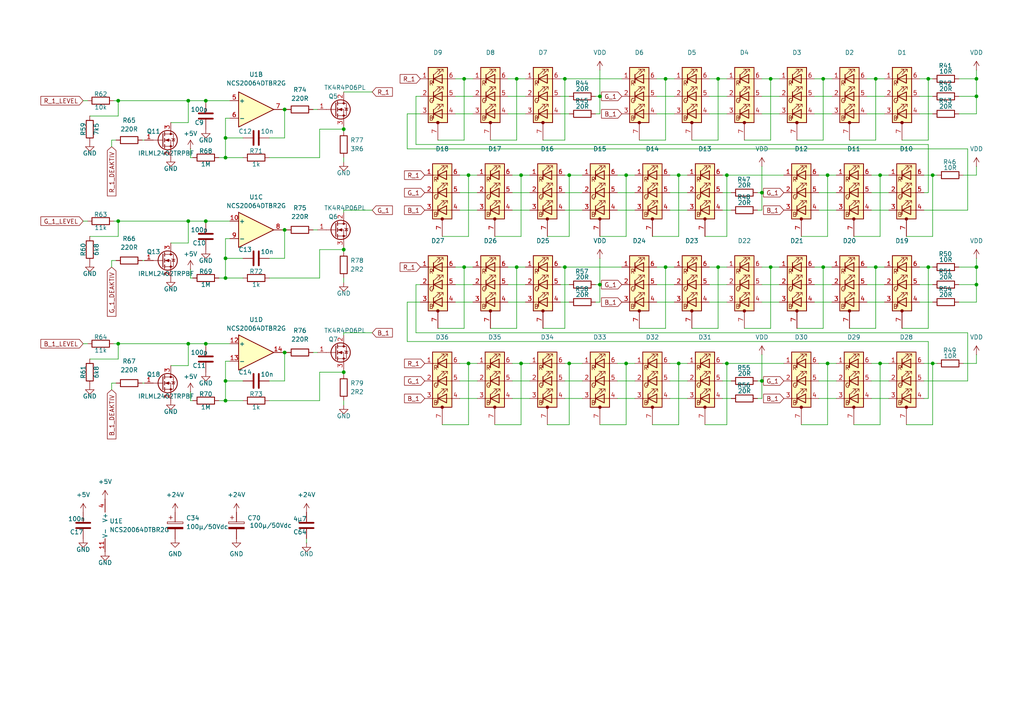
<source format=kicad_sch>
(kicad_sch (version 20250114) (generator "eeschema") (generator_version "9.0")
  (paper "A4")
  (title_block (title "608-Alfactory-Assay-Arena") (date "01.2024") (comment 1 "Optogen Arena RGB LED V1.0") (comment 2 "LED type: ASMG-PT00-00001") (comment 3 "R:625nm, G:525nm, B:460nm, IR:850nm"))
  (junction (at 270.51 50.8))
  (junction (at 240.03 50.8))
  (junction (at 163.83 22.86))
  (junction (at 135.89 105.41))
  (junction (at 165.1 50.8))
  (junction (at 210.82 105.41))
  (junction (at 283.21 27.94))
  (junction (at 54.61 29.21))
  (junction (at 65.405 80.645))
  (junction (at 196.85 50.8))
  (junction (at 223.52 22.86))
  (junction (at 181.61 50.8))
  (junction (at 65.405 45.72))
  (junction (at 34.29 64.135))
  (junction (at 255.27 50.8))
  (junction (at 99.695 107.95))
  (junction (at 151.13 105.41))
  (junction (at 59.69 99.695))
  (junction (at 65.405 110.49))
  (junction (at 99.695 37.465))
  (junction (at 283.21 77.47))
  (junction (at 54.61 99.695))
  (junction (at 283.21 82.55))
  (junction (at 255.27 105.41))
  (junction (at 82.55 66.675))
  (junction (at 240.03 105.41))
  (junction (at 220.98 110.49))
  (junction (at 208.28 22.86))
  (junction (at 54.61 64.135))
  (junction (at 151.13 50.8))
  (junction (at 238.76 22.86))
  (junction (at 223.52 77.47))
  (junction (at 165.1 105.41))
  (junction (at 269.24 22.86))
  (junction (at 59.69 64.135))
  (junction (at 238.76 77.47))
  (junction (at 135.89 50.8))
  (junction (at 59.69 29.21))
  (junction (at 210.82 50.8))
  (junction (at 173.99 82.55))
  (junction (at 193.04 77.47))
  (junction (at 82.55 31.75))
  (junction (at 254 22.86))
  (junction (at 65.405 116.205))
  (junction (at 99.695 72.39))
  (junction (at 181.61 105.41))
  (junction (at 34.29 99.695))
  (junction (at 220.98 55.88))
  (junction (at 65.405 74.93))
  (junction (at 254 77.47))
  (junction (at 283.21 22.86))
  (junction (at 173.99 27.94))
  (junction (at 149.86 22.86))
  (junction (at 134.62 22.86))
  (junction (at 270.51 105.41))
  (junction (at 65.405 40.005))
  (junction (at 149.86 77.47))
  (junction (at 34.29 29.21))
  (junction (at 193.04 22.86))
  (junction (at 82.55 102.235))
  (junction (at 269.24 77.47))
  (junction (at 134.62 77.47))
  (junction (at 163.83 77.47))
  (junction (at 208.28 77.47))
  (junction (at 196.85 105.41))
  (wire (pts (xy 54.61 35.56) (xy 54.61 29.21)))
  (wire (pts (xy 82.55 110.49) (xy 82.55 102.235)))
  (wire (pts (xy 142.24 40.64) (xy 149.86 40.64)))
  (wire (pts (xy 120.65 82.55) (xy 120.65 96.52)))
  (wire (pts (xy 242.57 50.8) (xy 240.03 50.8)))
  (wire (pts (xy 137.16 82.55) (xy 132.08 82.55)))
  (wire (pts (xy 246.38 40.64) (xy 254 40.64)))
  (wire (pts (xy 173.99 74.93) (xy 173.99 82.55)))
  (wire (pts (xy 49.53 35.56) (xy 54.61 35.56)))
  (wire (pts (xy 226.06 22.86) (xy 223.52 22.86)))
  (wire (pts (xy 255.27 105.41) (xy 252.73 105.41)))
  (wire (pts (xy 59.69 99.695) (xy 66.675 99.695)))
  (wire (pts (xy 92.71 116.205) (xy 92.71 107.95)))
  (wire (pts (xy 26.035 68.58) (xy 34.29 68.58)))
  (wire (pts (xy 227.33 50.8) (xy 210.82 50.8)))
  (wire (pts (xy 231.14 95.25) (xy 238.76 95.25)))
  (wire (pts (xy 173.99 82.55) (xy 172.72 82.55)))
  (wire (pts (xy 92.71 37.465) (xy 99.695 37.465)))
  (wire (pts (xy 242.57 110.49) (xy 237.49 110.49)))
  (wire (pts (xy 149.86 40.64) (xy 149.86 22.86)))
  (wire (pts (xy 256.54 22.86) (xy 254 22.86)))
  (wire (pts (xy 189.23 68.58) (xy 196.85 68.58)))
  (wire (pts (xy 196.85 123.19) (xy 196.85 105.41)))
  (wire (pts (xy 199.39 50.8) (xy 196.85 50.8)))
  (wire (pts (xy 151.13 50.8) (xy 148.59 50.8)))
  (wire (pts (xy 138.43 55.88) (xy 133.35 55.88)))
  (wire (pts (xy 92.71 107.95) (xy 99.695 107.95)))
  (wire (pts (xy 49.53 70.485) (xy 54.61 70.485)))
  (wire (pts (xy 226.06 27.94) (xy 220.98 27.94)))
  (wire (pts (xy 168.91 105.41) (xy 165.1 105.41)))
  (wire (pts (xy 283.21 20.32) (xy 283.21 22.86)))
  (wire (pts (xy 90.805 66.675) (xy 92.075 66.675)))
  (wire (pts (xy 256.54 77.47) (xy 254 77.47)))
  (wire (pts (xy 173.99 20.32) (xy 173.99 27.94)))
  (wire (pts (xy 254 40.64) (xy 254 22.86)))
  (wire (pts (xy 220.98 110.49) (xy 220.98 115.57)))
  (wire (pts (xy 200.66 95.25) (xy 208.28 95.25)))
  (wire (pts (xy 240.03 123.19) (xy 240.03 105.41)))
  (wire (pts (xy 165.1 50.8) (xy 165.1 68.58)))
  (wire (pts (xy 59.69 64.135) (xy 66.675 64.135)))
  (wire (pts (xy 65.405 80.645) (xy 65.405 74.93)))
  (wire (pts (xy 54.61 106.045) (xy 54.61 99.695)))
  (wire (pts (xy 283.21 33.02) (xy 278.13 33.02)))
  (wire (pts (xy 242.57 105.41) (xy 240.03 105.41)))
  (wire (pts (xy 165.1 82.55) (xy 162.56 82.55)))
  (wire (pts (xy 280.67 43.18) (xy 118.11 43.18)))
  (wire (pts (xy 121.92 87.63) (xy 118.11 87.63)))
  (wire (pts (xy 283.21 27.94) (xy 283.21 22.86)))
  (wire (pts (xy 78.105 80.645) (xy 92.71 80.645)))
  (wire (pts (xy 241.3 33.02) (xy 236.22 33.02)))
  (wire (pts (xy 172.72 87.63) (xy 173.99 87.63)))
  (wire (pts (xy 226.06 33.02) (xy 220.98 33.02)))
  (wire (pts (xy 269.24 95.25) (xy 269.24 77.47)))
  (wire (pts (xy 184.15 110.49) (xy 179.07 110.49)))
  (wire (pts (xy 99.695 96.52) (xy 99.695 97.155)))
  (wire (pts (xy 283.21 27.94) (xy 283.21 33.02)))
  (wire (pts (xy 283.21 102.87) (xy 283.21 105.41)))
  (wire (pts (xy 208.28 40.64) (xy 208.28 22.86)))
  (wire (pts (xy 118.11 87.63) (xy 118.11 99.06)))
  (wire (pts (xy 99.695 45.72) (xy 99.695 46.99)))
  (wire (pts (xy 173.99 27.94) (xy 173.99 33.02)))
  (wire (pts (xy 128.27 68.58) (xy 135.89 68.58)))
  (wire (pts (xy 195.58 77.47) (xy 193.04 77.47)))
  (wire (pts (xy 223.52 22.86) (xy 220.98 22.86)))
  (wire (pts (xy 210.82 105.41) (xy 209.55 105.41)))
  (wire (pts (xy 118.11 33.02) (xy 118.11 43.18)))
  (wire (pts (xy 152.4 33.02) (xy 147.32 33.02)))
  (wire (pts (xy 210.82 123.19) (xy 210.82 105.41)))
  (wire (pts (xy 283.21 87.63) (xy 278.13 87.63)))
  (wire (pts (xy 204.47 68.58) (xy 210.82 68.58)))
  (wire (pts (xy 242.57 60.96) (xy 237.49 60.96)))
  (wire (pts (xy 193.04 40.64) (xy 193.04 22.86)))
  (wire (pts (xy 158.75 123.19) (xy 165.1 123.19)))
  (wire (pts (xy 82.55 66.675) (xy 83.185 66.675)))
  (wire (pts (xy 70.485 110.49) (xy 65.405 110.49)))
  (wire (pts (xy 168.91 115.57) (xy 163.83 115.57)))
  (wire (pts (xy 90.805 102.235) (xy 92.075 102.235)))
  (wire (pts (xy 196.85 50.8) (xy 194.31 50.8)))
  (wire (pts (xy 199.39 105.41) (xy 196.85 105.41)))
  (wire (pts (xy 180.34 22.86) (xy 163.83 22.86)))
  (wire (pts (xy 165.1 105.41) (xy 165.1 123.19)))
  (wire (pts (xy 54.61 64.135) (xy 59.69 64.135)))
  (wire (pts (xy 181.61 68.58) (xy 181.61 50.8)))
  (wire (pts (xy 65.405 104.775) (xy 66.675 104.775)))
  (wire (pts (xy 151.13 105.41) (xy 148.59 105.41)))
  (wire (pts (xy 55.245 78.105) (xy 55.245 80.645)))
  (wire (pts (xy 232.41 123.19) (xy 240.03 123.19)))
  (wire (pts (xy 283.21 82.55) (xy 283.21 87.63)))
  (wire (pts (xy 78.105 40.005) (xy 82.55 40.005)))
  (wire (pts (xy 254 22.86) (xy 251.46 22.86)))
  (wire (pts (xy 223.52 22.86) (xy 223.52 40.64)))
  (wire (pts (xy 269.24 40.64) (xy 269.24 22.86)))
  (wire (pts (xy 270.51 33.02) (xy 266.7 33.02)))
  (wire (pts (xy 157.48 95.25) (xy 163.83 95.25)))
  (wire (pts (xy 283.21 77.47) (xy 278.13 77.47)))
  (wire (pts (xy 255.27 50.8) (xy 252.73 50.8)))
  (wire (pts (xy 153.67 105.41) (xy 151.13 105.41)))
  (wire (pts (xy 271.78 105.41) (xy 270.51 105.41)))
  (wire (pts (xy 81.915 31.75) (xy 82.55 31.75)))
  (wire (pts (xy 168.91 55.88) (xy 163.83 55.88)))
  (wire (pts (xy 219.71 115.57) (xy 220.98 115.57)))
  (wire (pts (xy 70.485 74.93) (xy 65.405 74.93)))
  (wire (pts (xy 127 95.25) (xy 134.62 95.25)))
  (wire (pts (xy 59.69 29.21) (xy 66.675 29.21)))
  (wire (pts (xy 283.21 50.8) (xy 279.4 50.8)))
  (wire (pts (xy 138.43 50.8) (xy 135.89 50.8)))
  (wire (pts (xy 215.9 95.25) (xy 223.52 95.25)))
  (wire (pts (xy 152.4 22.86) (xy 149.86 22.86)))
  (wire (pts (xy 99.695 72.39) (xy 99.695 71.755)))
  (wire (pts (xy 223.52 77.47) (xy 220.98 77.47)))
  (wire (pts (xy 210.82 27.94) (xy 205.74 27.94)))
  (wire (pts (xy 173.99 68.58) (xy 181.61 68.58)))
  (wire (pts (xy 65.405 74.93) (xy 65.405 69.215)))
  (wire (pts (xy 34.29 99.695) (xy 33.02 99.695)))
  (wire (pts (xy 238.76 95.25) (xy 238.76 77.47)))
  (wire (pts (xy 238.76 40.64) (xy 238.76 22.86)))
  (wire (pts (xy 199.39 110.49) (xy 194.31 110.49)))
  (wire (pts (xy 257.81 105.41) (xy 255.27 105.41)))
  (wire (pts (xy 280.67 60.96) (xy 280.67 43.18)))
  (wire (pts (xy 163.83 77.47) (xy 163.83 95.25)))
  (wire (pts (xy 247.65 68.58) (xy 255.27 68.58)))
  (wire (pts (xy 78.105 74.93) (xy 82.55 74.93)))
  (wire (pts (xy 269.24 41.91) (xy 269.24 55.88)))
  (wire (pts (xy 255.27 123.19) (xy 255.27 105.41)))
  (wire (pts (xy 270.51 87.63) (xy 266.7 87.63)))
  (wire (pts (xy 92.71 45.72) (xy 92.71 37.465)))
  (wire (pts (xy 210.82 87.63) (xy 205.74 87.63)))
  (wire (pts (xy 138.43 60.96) (xy 133.35 60.96)))
  (wire (pts (xy 238.76 77.47) (xy 236.22 77.47)))
  (wire (pts (xy 269.24 115.57) (xy 269.24 99.06)))
  (wire (pts (xy 157.48 40.64) (xy 163.83 40.64)))
  (wire (pts (xy 135.89 68.58) (xy 135.89 50.8)))
  (wire (pts (xy 165.1 87.63) (xy 162.56 87.63)))
  (wire (pts (xy 168.91 60.96) (xy 163.83 60.96)))
  (wire (pts (xy 54.61 70.485) (xy 54.61 64.135)))
  (wire (pts (xy 223.52 77.47) (xy 223.52 95.25)))
  (wire (pts (xy 210.82 82.55) (xy 205.74 82.55)))
  (wire (pts (xy 165.1 50.8) (xy 163.83 50.8)))
  (wire (pts (xy 242.57 55.88) (xy 237.49 55.88)))
  (wire (pts (xy 220.98 55.88) (xy 220.98 60.96)))
  (wire (pts (xy 135.89 105.41) (xy 133.35 105.41)))
  (wire (pts (xy 226.06 77.47) (xy 223.52 77.47)))
  (wire (pts (xy 137.16 22.86) (xy 134.62 22.86)))
  (wire (pts (xy 34.29 68.58) (xy 34.29 64.135)))
  (wire (pts (xy 185.42 95.25) (xy 193.04 95.25)))
  (wire (pts (xy 193.04 95.25) (xy 193.04 77.47)))
  (wire (pts (xy 32.385 40.64) (xy 33.655 40.64)))
  (wire (pts (xy 193.04 22.86) (xy 190.5 22.86)))
  (wire (pts (xy 270.51 82.55) (xy 266.7 82.55)))
  (wire (pts (xy 257.81 60.96) (xy 252.73 60.96)))
  (wire (pts (xy 121.92 33.02) (xy 118.11 33.02)))
  (wire (pts (xy 138.43 115.57) (xy 133.35 115.57)))
  (wire (pts (xy 41.275 75.565) (xy 41.91 75.565)))
  (wire (pts (xy 200.66 40.64) (xy 208.28 40.64)))
  (wire (pts (xy 99.695 73.025) (xy 99.695 72.39)))
  (wire (pts (xy 256.54 82.55) (xy 251.46 82.55)))
  (wire (pts (xy 184.15 105.41) (xy 181.61 105.41)))
  (wire (pts (xy 34.29 29.21) (xy 33.02 29.21)))
  (wire (pts (xy 280.67 96.52) (xy 280.67 110.49)))
  (wire (pts (xy 63.5 80.645) (xy 65.405 80.645)))
  (wire (pts (xy 82.55 74.93) (xy 82.55 66.675)))
  (wire (pts (xy 220.98 102.87) (xy 220.98 110.49)))
  (wire (pts (xy 149.86 77.47) (xy 147.32 77.47)))
  (wire (pts (xy 55.245 45.72) (xy 55.88 45.72)))
  (wire (pts (xy 195.58 87.63) (xy 190.5 87.63)))
  (wire (pts (xy 152.4 77.47) (xy 149.86 77.47)))
  (wire (pts (xy 270.51 27.94) (xy 266.7 27.94)))
  (wire (pts (xy 41.275 40.64) (xy 41.91 40.64)))
  (wire (pts (xy 208.28 95.25) (xy 208.28 77.47)))
  (wire (pts (xy 99.695 116.205) (xy 99.695 117.475)))
  (wire (pts (xy 65.405 69.215) (xy 66.675 69.215)))
  (wire (pts (xy 199.39 115.57) (xy 194.31 115.57)))
  (wire (pts (xy 261.62 40.64) (xy 269.24 40.64)))
  (wire (pts (xy 241.3 27.94) (xy 236.22 27.94)))
  (wire (pts (xy 92.71 80.645) (xy 92.71 72.39)))
  (wire (pts (xy 127 40.64) (xy 134.62 40.64)))
  (wire (pts (xy 78.105 45.72) (xy 92.71 45.72)))
  (wire (pts (xy 283.21 105.41) (xy 279.4 105.41)))
  (wire (pts (xy 257.81 110.49) (xy 252.73 110.49)))
  (wire (pts (xy 163.83 22.86) (xy 163.83 40.64)))
  (wire (pts (xy 269.24 77.47) (xy 266.7 77.47)))
  (wire (pts (xy 241.3 87.63) (xy 236.22 87.63)))
  (wire (pts (xy 283.21 48.26) (xy 283.21 50.8)))
  (wire (pts (xy 54.61 29.21) (xy 59.69 29.21)))
  (wire (pts (xy 242.57 115.57) (xy 237.49 115.57)))
  (wire (pts (xy 99.695 80.645) (xy 99.695 81.915)))
  (wire (pts (xy 65.405 116.205) (xy 65.405 110.49)))
  (wire (pts (xy 220.98 110.49) (xy 219.71 110.49)))
  (wire (pts (xy 212.09 55.88) (xy 209.55 55.88)))
  (wire (pts (xy 193.04 77.47) (xy 190.5 77.47)))
  (wire (pts (xy 173.99 82.55) (xy 173.99 87.63)))
  (wire (pts (xy 257.81 50.8) (xy 255.27 50.8)))
  (wire (pts (xy 55.245 116.205) (xy 55.88 116.205)))
  (wire (pts (xy 210.82 22.86) (xy 208.28 22.86)))
  (wire (pts (xy 270.51 105.41) (xy 267.97 105.41)))
  (wire (pts (xy 168.91 50.8) (xy 165.1 50.8)))
  (wire (pts (xy 256.54 33.02) (xy 251.46 33.02)))
  (wire (pts (xy 149.86 22.86) (xy 147.32 22.86)))
  (wire (pts (xy 195.58 27.94) (xy 190.5 27.94)))
  (wire (pts (xy 34.29 29.21) (xy 54.61 29.21)))
  (wire (pts (xy 261.62 95.25) (xy 269.24 95.25)))
  (wire (pts (xy 226.06 87.63) (xy 220.98 87.63)))
  (wire (pts (xy 231.14 40.64) (xy 238.76 40.64)))
  (wire (pts (xy 196.85 68.58) (xy 196.85 50.8)))
  (wire (pts (xy 153.67 50.8) (xy 151.13 50.8)))
  (wire (pts (xy 181.61 123.19) (xy 181.61 105.41)))
  (wire (pts (xy 54.61 99.695) (xy 59.69 99.695)))
  (wire (pts (xy 240.03 50.8) (xy 237.49 50.8)))
  (wire (pts (xy 283.21 22.86) (xy 278.13 22.86)))
  (wire (pts (xy 181.61 50.8) (xy 179.07 50.8)))
  (wire (pts (xy 149.86 95.25) (xy 149.86 77.47)))
  (wire (pts (xy 241.3 77.47) (xy 238.76 77.47)))
  (wire (pts (xy 55.245 113.665) (xy 55.245 116.205)))
  (wire (pts (xy 181.61 105.41) (xy 179.07 105.41)))
  (wire (pts (xy 82.55 31.75) (xy 83.185 31.75)))
  (wire (pts (xy 257.81 115.57) (xy 252.73 115.57)))
  (wire (pts (xy 210.82 77.47) (xy 208.28 77.47)))
  (wire (pts (xy 226.06 82.55) (xy 220.98 82.55)))
  (wire (pts (xy 208.28 22.86) (xy 205.74 22.86)))
  (wire (pts (xy 70.485 40.005) (xy 65.405 40.005)))
  (wire (pts (xy 215.9 40.64) (xy 223.52 40.64)))
  (wire (pts (xy 32.385 75.565) (xy 33.655 75.565)))
  (wire (pts (xy 120.65 41.91) (xy 269.24 41.91)))
  (wire (pts (xy 240.03 105.41) (xy 237.49 105.41)))
  (wire (pts (xy 26.035 104.14) (xy 34.29 104.14)))
  (wire (pts (xy 41.275 111.125) (xy 41.91 111.125)))
  (wire (pts (xy 255.27 68.58) (xy 255.27 50.8)))
  (wire (pts (xy 173.99 27.94) (xy 172.72 27.94)))
  (wire (pts (xy 283.21 74.93) (xy 283.21 77.47)))
  (wire (pts (xy 280.67 60.96) (xy 267.97 60.96)))
  (wire (pts (xy 32.385 111.125) (xy 33.655 111.125)))
  (wire (pts (xy 151.13 123.19) (xy 151.13 105.41)))
  (wire (pts (xy 137.16 77.47) (xy 134.62 77.47)))
  (wire (pts (xy 88.9 156.21) (xy 88.9 157.48)))
  (wire (pts (xy 59.69 29.21) (xy 59.69 29.845)))
  (wire (pts (xy 195.58 22.86) (xy 193.04 22.86)))
  (wire (pts (xy 99.695 96.52) (xy 107.95 96.52)))
  (wire (pts (xy 254 95.25) (xy 254 77.47)))
  (wire (pts (xy 204.47 123.19) (xy 210.82 123.19)))
  (wire (pts (xy 199.39 60.96) (xy 194.31 60.96)))
  (wire (pts (xy 137.16 33.02) (xy 132.08 33.02)))
  (wire (pts (xy 120.65 96.52) (xy 280.67 96.52)))
  (wire (pts (xy 153.67 115.57) (xy 148.59 115.57)))
  (wire (pts (xy 34.29 64.135) (xy 54.61 64.135)))
  (wire (pts (xy 210.82 68.58) (xy 210.82 50.8)))
  (wire (pts (xy 137.16 27.94) (xy 132.08 27.94)))
  (wire (pts (xy 278.13 82.55) (xy 283.21 82.55)))
  (wire (pts (xy 173.99 123.19) (xy 181.61 123.19)))
  (wire (pts (xy 269.24 99.06) (xy 118.11 99.06)))
  (wire (pts (xy 168.91 110.49) (xy 163.83 110.49)))
  (wire (pts (xy 32.385 113.03) (xy 32.385 111.125)))
  (wire (pts (xy 262.89 123.19) (xy 270.51 123.19)))
  (wire (pts (xy 220.98 48.26) (xy 220.98 55.88)))
  (wire (pts (xy 63.5 45.72) (xy 65.405 45.72)))
  (wire (pts (xy 270.51 68.58) (xy 270.51 50.8)))
  (wire (pts (xy 220.98 55.88) (xy 219.71 55.88)))
  (wire (pts (xy 70.485 80.645) (xy 65.405 80.645)))
  (wire (pts (xy 121.92 82.55) (xy 120.65 82.55)))
  (wire (pts (xy 180.34 77.47) (xy 163.83 77.47)))
  (wire (pts (xy 81.915 66.675) (xy 82.55 66.675)))
  (wire (pts (xy 185.42 40.64) (xy 193.04 40.64)))
  (wire (pts (xy 135.89 123.19) (xy 135.89 105.41)))
  (wire (pts (xy 199.39 55.88) (xy 194.31 55.88)))
  (wire (pts (xy 241.3 22.86) (xy 238.76 22.86)))
  (wire (pts (xy 270.51 123.19) (xy 270.51 105.41)))
  (wire (pts (xy 158.75 68.58) (xy 165.1 68.58)))
  (wire (pts (xy 246.38 95.25) (xy 254 95.25)))
  (wire (pts (xy 165.1 33.02) (xy 162.56 33.02)))
  (wire (pts (xy 134.62 22.86) (xy 132.08 22.86)))
  (wire (pts (xy 78.105 116.205) (xy 92.71 116.205)))
  (wire (pts (xy 121.92 27.94) (xy 120.65 27.94)))
  (wire (pts (xy 142.24 95.25) (xy 149.86 95.25)))
  (wire (pts (xy 184.15 50.8) (xy 181.61 50.8)))
  (wire (pts (xy 128.27 123.19) (xy 135.89 123.19)))
  (wire (pts (xy 65.405 34.29) (xy 66.675 34.29)))
  (wire (pts (xy 26.035 33.655) (xy 34.29 33.655)))
  (wire (pts (xy 99.695 37.465) (xy 99.695 36.83)))
  (wire (pts (xy 34.29 104.14) (xy 34.29 99.695)))
  (wire (pts (xy 65.405 40.005) (xy 65.405 34.29)))
  (wire (pts (xy 165.1 105.41) (xy 163.83 105.41)))
  (wire (pts (xy 163.83 22.86) (xy 162.56 22.86)))
  (wire (pts (xy 232.41 68.58) (xy 240.03 68.58)))
  (wire (pts (xy 184.15 115.57) (xy 179.07 115.57)))
  (wire (pts (xy 280.67 110.49) (xy 267.97 110.49)))
  (wire (pts (xy 138.43 110.49) (xy 133.35 110.49)))
  (wire (pts (xy 70.485 116.205) (xy 65.405 116.205)))
  (wire (pts (xy 78.105 110.49) (xy 82.55 110.49)))
  (wire (pts (xy 82.55 40.005) (xy 82.55 31.75)))
  (wire (pts (xy 24.13 64.135) (xy 25.4 64.135)))
  (wire (pts (xy 210.82 33.02) (xy 205.74 33.02)))
  (wire (pts (xy 143.51 123.19) (xy 151.13 123.19)))
  (wire (pts (xy 134.62 77.47) (xy 132.08 77.47)))
  (wire (pts (xy 210.82 50.8) (xy 209.55 50.8)))
  (wire (pts (xy 262.89 68.58) (xy 270.51 68.58)))
  (wire (pts (xy 107.95 60.96) (xy 99.695 60.96)))
  (wire (pts (xy 153.67 55.88) (xy 148.59 55.88)))
  (wire (pts (xy 270.51 50.8) (xy 267.97 50.8)))
  (wire (pts (xy 32.385 77.47) (xy 32.385 75.565)))
  (wire (pts (xy 24.13 29.21) (xy 25.4 29.21)))
  (wire (pts (xy 212.09 60.96) (xy 209.55 60.96)))
  (wire (pts (xy 92.71 72.39) (xy 99.695 72.39)))
  (wire (pts (xy 99.695 38.1) (xy 99.695 37.465)))
  (wire (pts (xy 212.09 115.57) (xy 209.55 115.57)))
  (wire (pts (xy 81.915 102.235) (xy 82.55 102.235)))
  (wire (pts (xy 254 77.47) (xy 251.46 77.47)))
  (wire (pts (xy 65.405 45.72) (xy 65.405 40.005)))
  (wire (pts (xy 49.53 106.045) (xy 54.61 106.045)))
  (wire (pts (xy 99.695 108.585) (xy 99.695 107.95)))
  (wire (pts (xy 59.69 64.135) (xy 59.69 64.77)))
  (wire (pts (xy 256.54 27.94) (xy 251.46 27.94)))
  (wire (pts (xy 163.83 77.47) (xy 162.56 77.47)))
  (wire (pts (xy 269.24 22.86) (xy 266.7 22.86)))
  (wire (pts (xy 82.55 102.235) (xy 83.185 102.235)))
  (wire (pts (xy 271.78 50.8) (xy 270.51 50.8)))
  (wire (pts (xy 270.51 22.86) (xy 269.24 22.86)))
  (wire (pts (xy 184.15 60.96) (xy 179.07 60.96)))
  (wire (pts (xy 99.695 26.67) (xy 107.95 26.67)))
  (wire (pts (xy 153.67 60.96) (xy 148.59 60.96)))
  (wire (pts (xy 138.43 105.41) (xy 135.89 105.41)))
  (wire (pts (xy 152.4 27.94) (xy 147.32 27.94)))
  (wire (pts (xy 256.54 87.63) (xy 251.46 87.63)))
  (wire (pts (xy 55.245 43.18) (xy 55.245 45.72)))
  (wire (pts (xy 219.71 60.96) (xy 220.98 60.96)))
  (wire (pts (xy 241.3 82.55) (xy 236.22 82.55)))
  (wire (pts (xy 196.85 105.41) (xy 194.31 105.41)))
  (wire (pts (xy 269.24 55.88) (xy 267.97 55.88)))
  (wire (pts (xy 134.62 40.64) (xy 134.62 22.86)))
  (wire (pts (xy 135.89 50.8) (xy 133.35 50.8)))
  (wire (pts (xy 55.245 80.645) (xy 55.88 80.645)))
  (wire (pts (xy 99.695 60.96) (xy 99.695 61.595)))
  (wire (pts (xy 32.385 42.545) (xy 32.385 40.64)))
  (wire (pts (xy 189.23 123.19) (xy 196.85 123.19)))
  (wire (pts (xy 195.58 33.02) (xy 190.5 33.02)))
  (wire (pts (xy 34.29 33.655) (xy 34.29 29.21)))
  (wire (pts (xy 143.51 68.58) (xy 151.13 68.58)))
  (wire (pts (xy 152.4 87.63) (xy 147.32 87.63)))
  (wire (pts (xy 99.695 107.95) (xy 99.695 107.315)))
  (wire (pts (xy 134.62 95.25) (xy 134.62 77.47)))
  (wire (pts (xy 227.33 105.41) (xy 210.82 105.41)))
  (wire (pts (xy 270.51 77.47) (xy 269.24 77.47)))
  (wire (pts (xy 208.28 77.47) (xy 205.74 77.47)))
  (wire (pts (xy 238.76 22.86) (xy 236.22 22.86)))
  (wire (pts (xy 212.09 110.49) (xy 209.55 110.49)))
  (wire (pts (xy 63.5 116.205) (xy 65.405 116.205)))
  (wire (pts (xy 269.24 115.57) (xy 267.97 115.57)))
  (wire (pts (xy 283.21 77.47) (xy 283.21 82.55)))
  (wire (pts (xy 137.16 87.63) (xy 132.08 87.63)))
  (wire (pts (xy 283.21 27.94) (xy 278.13 27.94)))
  (wire (pts (xy 34.29 99.695) (xy 54.61 99.695)))
  (wire (pts (xy 65.405 110.49) (xy 65.405 104.775)))
  (wire (pts (xy 195.58 82.55) (xy 190.5 82.55)))
  (wire (pts (xy 172.72 33.02) (xy 173.99 33.02)))
  (wire (pts (xy 59.69 99.695) (xy 59.69 100.33)))
  (wire (pts (xy 24.13 99.695) (xy 25.4 99.695)))
  (wire (pts (xy 240.03 68.58) (xy 240.03 50.8)))
  (wire (pts (xy 153.67 110.49) (xy 148.59 110.49)))
  (wire (pts (xy 165.1 27.94) (xy 162.56 27.94)))
  (wire (pts (xy 152.4 82.55) (xy 147.32 82.55)))
  (wire (pts (xy 120.65 27.94) (xy 120.65 41.91)))
  (wire (pts (xy 184.15 55.88) (xy 179.07 55.88)))
  (wire (pts (xy 247.65 123.19) (xy 255.27 123.19)))
  (wire (pts (xy 70.485 45.72) (xy 65.405 45.72)))
  (wire (pts (xy 34.29 64.135) (xy 33.02 64.135)))
  (wire (pts (xy 257.81 55.88) (xy 252.73 55.88)))
  (wire (pts (xy 151.13 68.58) (xy 151.13 50.8)))
  (wire (pts (xy 90.805 31.75) (xy 92.075 31.75)))
  (global_label "G_1" (shape input) (at 227.33 55.88 180) (property "Intersheetrefs" "${INTERSHEET_REFS}" (effects (hide yes))))
  (global_label "R_1_LEVEL" (shape input) (at 24.13 29.21 180) (property "Intersheetrefs" "${INTERSHEET_REFS}" (effects (hide yes))))
  (global_label "R_1" (shape input) (at 123.19 50.8 180) (property "Intersheetrefs" "${INTERSHEET_REFS}" (effects (hide yes))))
  (global_label "B_1_LEVEL" (shape input) (at 24.13 99.695 180) (property "Intersheetrefs" "${INTERSHEET_REFS}" (effects (hide yes))))
  (global_label "G_1" (shape input) (at 123.19 110.49 180) (property "Intersheetrefs" "${INTERSHEET_REFS}" (effects (hide yes))))
  (global_label "R_1" (shape input) (at 121.92 77.47 180) (property "Intersheetrefs" "${INTERSHEET_REFS}" (effects (hide yes))))
  (global_label "G_1_LEVEL" (shape input) (at 24.13 64.135 180) (property "Intersheetrefs" "${INTERSHEET_REFS}" (effects (hide yes))))
  (global_label "B_1" (shape input) (at 227.33 60.96 180) (property "Intersheetrefs" "${INTERSHEET_REFS}" (effects (hide yes))))
  (global_label "R_1" (shape input) (at 121.92 22.86 180) (property "Intersheetrefs" "${INTERSHEET_REFS}" (effects (hide yes))))
  (global_label "R_1" (shape input) (at 107.95 26.67 0) (property "Intersheetrefs" "${INTERSHEET_REFS}" (effects (hide yes))))
  (global_label "B_1" (shape input) (at 123.19 115.57 180) (property "Intersheetrefs" "${INTERSHEET_REFS}" (effects (hide yes))))
  (global_label "B_1" (shape input) (at 227.33 115.57 180) (property "Intersheetrefs" "${INTERSHEET_REFS}" (effects (hide yes))))
  (global_label "G_1" (shape input) (at 227.33 110.49 180) (property "Intersheetrefs" "${INTERSHEET_REFS}" (effects (hide yes))))
  (global_label "G_1" (shape input) (at 180.34 82.55 180) (property "Intersheetrefs" "${INTERSHEET_REFS}" (effects (hide yes))))
  (global_label "R_1" (shape input) (at 123.19 105.41 180) (property "Intersheetrefs" "${INTERSHEET_REFS}" (effects (hide yes))))
  (global_label "R_1_DEAKTIV" (shape input) (at 32.385 42.545 270) (property "Intersheetrefs" "${INTERSHEET_REFS}" (effects (hide yes))))
  (global_label "B_1" (shape input) (at 123.19 60.96 180) (property "Intersheetrefs" "${INTERSHEET_REFS}" (effects (hide yes))))
  (global_label "G_1" (shape input) (at 107.95 60.96 0) (property "Intersheetrefs" "${INTERSHEET_REFS}" (effects (hide yes))))
  (global_label "G_1_DEAKTIV" (shape input) (at 32.385 77.47 270) (property "Intersheetrefs" "${INTERSHEET_REFS}" (effects (hide yes))))
  (global_label "B_1" (shape input) (at 180.34 87.63 180) (property "Intersheetrefs" "${INTERSHEET_REFS}" (effects (hide yes))))
  (global_label "B_1_DEAKTIV" (shape input) (at 32.385 113.03 270) (property "Intersheetrefs" "${INTERSHEET_REFS}" (effects (hide yes))))
  (global_label "B_1" (shape input) (at 180.34 33.02 180) (property "Intersheetrefs" "${INTERSHEET_REFS}" (effects (hide yes))))
  (global_label "B_1" (shape input) (at 107.95 96.52 0) (property "Intersheetrefs" "${INTERSHEET_REFS}" (effects (hide yes))))
  (global_label "G_1" (shape input) (at 123.19 55.88 180) (property "Intersheetrefs" "${INTERSHEET_REFS}" (effects (hide yes))))
  (global_label "G_1" (shape input) (at 180.34 27.94 180) (property "Intersheetrefs" "${INTERSHEET_REFS}" (effects (hide yes))))
  (symbol (lib_id "Device:C") (at 74.295 74.93 90) (unit 1)
    (property "Reference" "C13" (at 71.12 72.39 90))
    (property "Value" "10n" (at 77.47 73.025 90))
    (property "Footprint" "Capacitor_SMD:C_0805_2012Metric" (effects (hide yes)))
    (property "Description" "Unpolarized capacitor" (effects (hide yes)))
  )
  (symbol (lib_id "Device:LED_RGB_EP") (at 246.38 82.55 0) (unit 1)
    (property "Reference" "D20" (at 246.38 69.85 0))
    (property "Value" "ASMG-PT00-00001" (effects (hide yes)))
    (property "Footprint" "Broadcom:ASMG-PT00-00001" (effects (hide yes)))
  )
  (symbol (lib_id "Device:R") (at 86.995 102.235 90) (unit 1)
    (property "Reference" "R76" (at 86.995 95.885 90))
    (property "Value" "220R" (at 86.995 98.425 90))
    (property "Footprint" "Resistor_SMD:R_0805_2012Metric" (effects (hide yes)))
  )
  (symbol (lib_id "Device:R") (at 215.9 115.57 90) (unit 1)
    (property "Reference" "R56" (at 215.773 111.76 90))
    (property "Value" "20R" (at 215.9 113.411 90))
    (property "Footprint" "Resistor_SMD:R_1210_3225Metric" (effects (hide yes)))
  )
  (symbol (lib_id "power:GND") (at 49.53 80.645 0) (unit 1)
    (property "Reference" "#PWR039" (effects (hide yes)))
    (property "Value" "GND" (at 49.53 83.82 0))
    (property "Description" "Power symbol creates a global label with name \"GND\" , ground" (effects (hide yes)))
  )
  (symbol (lib_id "Device:R") (at 275.59 50.8 90) (unit 1)
    (property "Reference" "R46" (at 275.463 46.99 90))
    (property "Value" "10R" (at 275.59 48.641 90))
    (property "Footprint" "Resistor_SMD:R_1210_3225Metric" (effects (hide yes)))
  )
  (symbol (lib_id "Device:Q_NMOS_GDS") (at 97.155 66.675 0) (unit 1)
    (property "Reference" "Q6" (at 95.25 62.865 0) (effects (justify left)))
    (property "Value" "TK4R4P06PL" (at 93.98 60.325 0) (effects (justify left)))
    (property "Footprint" "MGh-Specials:Package_TO-252-2_MGh" (effects (hide yes)))
    (property "Datasheet" "https://www.mouser.de/datasheet/2/408/TK4R4P06PL_datasheet_en_20210127-1142570.pdf" (effects (hide yes)))
  )
  (symbol (lib_id "Device:R") (at 215.9 55.88 90) (unit 1)
    (property "Reference" "R47" (at 215.773 52.07 90))
    (property "Value" "20R" (at 215.9 53.721 90))
    (property "Footprint" "Resistor_SMD:R_1210_3225Metric" (effects (hide yes)))
  )
  (symbol (lib_id "power:GND") (at 99.695 117.475 0) (unit 1)
    (property "Reference" "#PWR049" (effects (hide yes)))
    (property "Value" "GND" (at 99.695 120.65 0))
    (property "Description" "Power symbol creates a global label with name \"GND\" , ground" (effects (hide yes)))
  )
  (symbol (lib_id "power:GND") (at 26.035 76.2 0) (unit 1)
    (property "Reference" "#PWR036" (effects (hide yes)))
    (property "Value" "GND" (at 26.035 79.375 0))
    (property "Description" "Power symbol creates a global label with name \"GND\" , ground" (effects (hide yes)))
  )
  (symbol (lib_id "Device:C_Polarized") (at 68.58 152.4 0) (unit 1)
    (property "Reference" "C70" (at 71.755 150.241 0) (effects (justify left)))
    (property "Value" "100µ/50Vdc" (at 72.39 152.4 0) (effects (justify left)))
    (property "Footprint" "Capacitor_SMD:CP_Elec_6.3x7.7" (effects (hide yes)))
  )
  (symbol (lib_id "power:GND") (at 26.035 111.76 0) (unit 1)
    (property "Reference" "#PWR037" (effects (hide yes)))
    (property "Value" "GND" (at 26.035 114.935 0))
    (property "Description" "Power symbol creates a global label with name \"GND\" , ground" (effects (hide yes)))
  )
  (symbol (lib_id "Device:LED_RGB_EP") (at 200.66 27.94 0) (unit 1)
    (property "Reference" "D5" (at 200.66 15.24 0))
    (property "Value" "ASMG-PT00-00001" (effects (hide yes)))
    (property "Footprint" "Broadcom:ASMG-PT00-00001" (effects (hide yes)))
  )
  (symbol (lib_id "power:GND") (at 59.69 107.95 0) (unit 1)
    (property "Reference" "#PWR046" (effects (hide yes)))
    (property "Value" "GND" (at 59.69 111.125 0))
    (property "Description" "Power symbol creates a global label with name \"GND\" , ground" (effects (hide yes)))
  )
  (symbol (lib_id "Device:R") (at 29.21 29.21 90) (unit 1)
    (property "Reference" "R62" (at 29.21 27.305 90))
    (property "Value" "10k" (at 29.21 31.115 90))
    (property "Footprint" "Resistor_SMD:R_0805_2012Metric" (effects (hide yes)))
  )
  (symbol (lib_id "Device:LED_RGB_EP") (at 261.62 82.55 0) (unit 1)
    (property "Reference" "D19" (at 261.62 69.85 0))
    (property "Value" "ASMG-PT00-00001" (effects (hide yes)))
    (property "Footprint" "Broadcom:ASMG-PT00-00001" (effects (hide yes)))
  )
  (symbol (lib_id "Amplifier_Operational:TLV9304xPW") (at 74.295 31.75 0) (unit 2)
    (property "Reference" "U1" (at 74.295 21.59 0))
    (property "Value" "NCS20064DTBR2G" (at 74.295 24.13 0))
    (property "Footprint" "Package_SO:TSSOP-14_4.4x5mm_P0.65mm" (effects (hide yes)))
    (property "Datasheet" "https://www.ti.com/lit/ds/symlink/tlv9304.pdf" (effects (hide yes)))
    (property "Description" "40-V, 1-MHz, RRO Operational Amplifiers for Cost-Sensitive Systems, TSSOP-14" (effects (hide yes)))
  )
  (symbol (lib_id "power:GND") (at 49.53 116.205 0) (unit 1)
    (property "Reference" "#PWR040" (effects (hide yes)))
    (property "Value" "GND" (at 49.53 119.38 0))
    (property "Description" "Power symbol creates a global label with name \"GND\" , ground" (effects (hide yes)))
  )
  (symbol (lib_id "power:VDD") (at 220.98 48.26 0) (unit 1)
    (property "Reference" "#PWR030" (effects (hide yes)))
    (property "Value" "VDD" (at 220.98 43.18 0))
    (property "Description" "Power symbol creates a global label with name \"VDD\"" (effects (hide yes)))
  )
  (symbol (lib_id "power:GND") (at 88.9 157.48 0) (unit 1)
    (property "Reference" "#PWR0204" (effects (hide yes)))
    (property "Value" "GND" (at 88.9 160.655 0))
    (property "Description" "Power symbol creates a global label with name \"GND\" , ground" (effects (hide yes)))
  )
  (symbol (lib_id "Device:C") (at 88.9 152.4 180) (unit 1)
    (property "Reference" "C64" (at 86.995 154.305 0))
    (property "Value" "4µ7" (at 86.995 150.495 0))
    (property "Footprint" "Capacitor_SMD:C_1206_3216Metric" (effects (hide yes)))
    (property "Description" "Unpolarized capacitor" (effects (hide yes)))
  )
  (symbol (lib_id "Device:LED_RGB_EP") (at 189.23 110.49 0) (unit 1)
    (property "Reference" "D32" (at 189.23 97.79 0))
    (property "Value" "ASMG-PT00-00001" (effects (hide yes)))
    (property "Footprint" "Broadcom:ASMG-PT00-00001" (effects (hide yes)))
  )
  (symbol (lib_id "Device:Q_NMOS_GDS") (at 97.155 31.75 0) (unit 1)
    (property "Reference" "Q5" (at 95.25 27.94 0) (effects (justify left)))
    (property "Value" "TK4R4P06PL" (at 93.98 25.4 0) (effects (justify left)))
    (property "Footprint" "MGh-Specials:Package_TO-252-2_MGh" (effects (hide yes)))
    (property "Datasheet" "https://www.mouser.de/datasheet/2/408/TK4R4P06PL_datasheet_en_20210127-1142570.pdf" (effects (hide yes)))
  )
  (symbol (lib_id "Device:LED_RGB_EP") (at 157.48 82.55 0) (unit 1)
    (property "Reference" "D25" (at 157.48 69.85 0))
    (property "Value" "ASMG-PT00-00001" (effects (hide yes)))
    (property "Footprint" "Broadcom:ASMG-PT00-00001" (effects (hide yes)))
  )
  (symbol (lib_id "Device:C") (at 24.13 152.4 180) (unit 1)
    (property "Reference" "C17" (at 22.225 154.305 0))
    (property "Value" "100n" (at 22.225 150.495 0))
    (property "Footprint" "Capacitor_SMD:C_0805_2012Metric" (effects (hide yes)))
    (property "Description" "Unpolarized capacitor" (effects (hide yes)))
  )
  (symbol (lib_id "Device:LED_RGB_EP") (at 185.42 27.94 0) (unit 1)
    (property "Reference" "D6" (at 185.42 15.24 0))
    (property "Value" "ASMG-PT00-00001" (effects (hide yes)))
    (property "Footprint" "Broadcom:ASMG-PT00-00001" (effects (hide yes)))
  )
  (symbol (lib_id "Device:R") (at 86.995 66.675 90) (unit 1)
    (property "Reference" "R75" (at 86.995 60.325 90))
    (property "Value" "220R" (at 86.995 62.865 90))
    (property "Footprint" "Resistor_SMD:R_0805_2012Metric" (effects (hide yes)))
  )
  (symbol (lib_id "Device:LED_RGB_EP") (at 232.41 110.49 0) (unit 1)
    (property "Reference" "D30" (at 232.41 97.79 0))
    (property "Value" "ASMG-PT00-00001" (effects (hide yes)))
    (property "Footprint" "Broadcom:ASMG-PT00-00001" (effects (hide yes)))
  )
  (symbol (lib_id "Device:LED_RGB_EP") (at 200.66 82.55 0) (unit 1)
    (property "Reference" "D23" (at 200.66 69.85 0))
    (property "Value" "ASMG-PT00-00001" (effects (hide yes)))
    (property "Footprint" "Broadcom:ASMG-PT00-00001" (effects (hide yes)))
  )
  (symbol (lib_id "Device:C") (at 74.295 40.005 90) (unit 1)
    (property "Reference" "C12" (at 71.12 38.1 90))
    (property "Value" "10n" (at 77.47 38.1 90))
    (property "Footprint" "Capacitor_SMD:C_0805_2012Metric" (effects (hide yes)))
    (property "Description" "Unpolarized capacitor" (effects (hide yes)))
  )
  (symbol (lib_id "Device:LED_RGB_EP") (at 158.75 55.88 0) (unit 1)
    (property "Reference" "D16" (at 158.75 43.18 0))
    (property "Value" "ASMG-PT00-00001" (effects (hide yes)))
    (property "Footprint" "Broadcom:ASMG-PT00-00001" (effects (hide yes)))
  )
  (symbol (lib_id "power:GND") (at 26.035 41.275 0) (unit 1)
    (property "Reference" "#PWR035" (effects (hide yes)))
    (property "Value" "GND" (at 26.035 44.45 0))
    (property "Description" "Power symbol creates a global label with name \"GND\" , ground" (effects (hide yes)))
  )
  (symbol (lib_id "power:+5V") (at 55.245 113.665 0) (unit 1)
    (property "Reference" "#PWR043" (effects (hide yes)))
    (property "Value" "+5V" (at 55.245 109.22 0))
    (property "Description" "Power symbol creates a global label with name \"+5V\"" (effects (hide yes)))
  )
  (symbol (lib_id "Device:LED_RGB_EP") (at 232.41 55.88 0) (unit 1)
    (property "Reference" "D12" (at 232.41 43.18 0))
    (property "Value" "ASMG-PT00-00001" (effects (hide yes)))
    (property "Footprint" "Broadcom:ASMG-PT00-00001" (effects (hide yes)))
  )
  (symbol (lib_id "power:+5V") (at 55.245 78.105 0) (unit 1)
    (property "Reference" "#PWR042" (effects (hide yes)))
    (property "Value" "+5V" (at 55.245 73.66 0))
    (property "Description" "Power symbol creates a global label with name \"+5V\"" (effects (hide yes)))
  )
  (symbol (lib_id "power:VDD") (at 173.99 74.93 0) (unit 1)
    (property "Reference" "#PWR034" (effects (hide yes)))
    (property "Value" "VDD" (at 173.99 69.85 0))
    (property "Description" "Power symbol creates a global label with name \"VDD\"" (effects (hide yes)))
  )
  (symbol (lib_id "Device:C") (at 74.295 110.49 90) (unit 1)
    (property "Reference" "C14" (at 71.12 107.95 90))
    (property "Value" "10n" (at 77.47 108.585 90))
    (property "Footprint" "Capacitor_SMD:C_0805_2012Metric" (effects (hide yes)))
    (property "Description" "Unpolarized capacitor" (effects (hide yes)))
  )
  (symbol (lib_id "Device:R") (at 37.465 40.64 90) (unit 1)
    (property "Reference" "R65" (at 37.465 34.925 90))
    (property "Value" "220R" (at 37.465 37.465 90))
    (property "Footprint" "Resistor_SMD:R_0805_2012Metric" (effects (hide yes)))
  )
  (symbol (lib_id "Device:R") (at 275.59 105.41 90) (unit 1)
    (property "Reference" "R49" (at 275.463 101.6 90))
    (property "Value" "10R" (at 275.59 103.251 90))
    (property "Footprint" "Resistor_SMD:R_1210_3225Metric" (effects (hide yes)))
  )
  (symbol (lib_id "power:GND") (at 99.695 81.915 0) (unit 1)
    (property "Reference" "#PWR048" (effects (hide yes)))
    (property "Value" "GND" (at 99.695 85.09 0))
    (property "Description" "Power symbol creates a global label with name \"GND\" , ground" (effects (hide yes)))
  )
  (symbol (lib_id "Device:R") (at 37.465 75.565 90) (unit 1)
    (property "Reference" "R66" (at 37.465 69.215 90))
    (property "Value" "220R" (at 37.465 71.755 90))
    (property "Footprint" "Resistor_SMD:R_0805_2012Metric" (effects (hide yes)))
  )
  (symbol (lib_id "Device:R") (at 168.91 27.94 90) (unit 1)
    (property "Reference" "R44" (at 168.783 24.13 90))
    (property "Value" "20R" (at 168.91 25.781 90))
    (property "Footprint" "Resistor_SMD:R_1210_3225Metric" (effects (hide yes)))
  )
  (symbol (lib_id "Amplifier_Operational:TLV9304xPW") (at 74.295 66.675 0) (unit 3)
    (property "Reference" "U1" (at 74.295 57.15 0))
    (property "Value" "NCS20064DTBR2G" (at 74.295 59.69 0))
    (property "Footprint" "Package_SO:TSSOP-14_4.4x5mm_P0.65mm" (effects (hide yes)))
    (property "Datasheet" "https://www.ti.com/lit/ds/symlink/tlv9304.pdf" (effects (hide yes)))
    (property "Description" "40-V, 1-MHz, RRO Operational Amplifiers for Cost-Sensitive Systems, TSSOP-14" (effects (hide yes)))
  )
  (symbol (lib_id "Device:R") (at 168.91 87.63 90) (unit 1)
    (property "Reference" "R58" (at 168.783 83.82 90))
    (property "Value" "20R" (at 168.91 85.471 90))
    (property "Footprint" "Resistor_SMD:R_1210_3225Metric" (effects (hide yes)))
  )
  (symbol (lib_id "Device:LED_RGB_EP") (at 142.24 27.94 0) (unit 1)
    (property "Reference" "D8" (at 142.24 15.24 0))
    (property "Value" "ASMG-PT00-00001" (effects (hide yes)))
    (property "Footprint" "Broadcom:ASMG-PT00-00001" (effects (hide yes)))
  )
  (symbol (lib_id "Device:LED_RGB_EP") (at 127 82.55 0) (unit 1)
    (property "Reference" "D27" (at 127 69.85 0))
    (property "Value" "ASMG-PT00-00001" (effects (hide yes)))
    (property "Footprint" "Broadcom:ASMG-PT00-00001" (effects (hide yes)))
  )
  (symbol (lib_id "Device:LED_RGB_EP") (at 231.14 27.94 0) (unit 1)
    (property "Reference" "D3" (at 231.14 15.24 0))
    (property "Value" "ASMG-PT00-00001" (effects (hide yes)))
    (property "Footprint" "Broadcom:ASMG-PT00-00001" (effects (hide yes)))
  )
  (symbol (lib_id "power:+24V") (at 50.8 148.59 0) (unit 1)
    (property "Reference" "#PWR017" (effects (hide yes)))
    (property "Value" "+24V" (at 50.8 143.51 0))
  )
  (symbol (lib_id "Device:LED_RGB_EP") (at 143.51 110.49 0) (unit 1)
    (property "Reference" "D35" (at 143.51 97.79 0))
    (property "Value" "ASMG-PT00-00001" (effects (hide yes)))
    (property "Footprint" "Broadcom:ASMG-PT00-00001" (effects (hide yes)))
  )
  (symbol (lib_id "Device:LED_RGB_EP") (at 204.47 55.88 0) (unit 1)
    (property "Reference" "D13" (at 204.47 43.18 0))
    (property "Value" "ASMG-PT00-00001" (effects (hide yes)))
    (property "Footprint" "Broadcom:ASMG-PT00-00001" (effects (hide yes)))
  )
  (symbol (lib_id "Device:LED_RGB_EP") (at 128.27 110.49 0) (unit 1)
    (property "Reference" "D36" (at 128.27 97.79 0))
    (property "Value" "ASMG-PT00-00001" (effects (hide yes)))
    (property "Footprint" "Broadcom:ASMG-PT00-00001" (effects (hide yes)))
  )
  (symbol (lib_id "Device:R") (at 274.32 77.47 90) (unit 1)
    (property "Reference" "R50" (at 274.193 73.66 90))
    (property "Value" "10R" (at 274.32 75.311 90))
    (property "Footprint" "Resistor_SMD:R_1210_3225Metric" (effects (hide yes)))
  )
  (symbol (lib_id "power:VDD") (at 283.21 74.93 0) (unit 1)
    (property "Reference" "#PWR031" (effects (hide yes)))
    (property "Value" "VDD" (at 283.21 69.85 0))
    (property "Description" "Power symbol creates a global label with name \"VDD\"" (effects (hide yes)))
  )
  (symbol (lib_id "Device:LED_RGB_EP") (at 173.99 110.49 0) (unit 1)
    (property "Reference" "D33" (at 173.99 97.79 0))
    (property "Value" "ASMG-PT00-00001" (effects (hide yes)))
    (property "Footprint" "Broadcom:ASMG-PT00-00001" (effects (hide yes)))
  )
  (symbol (lib_id "Device:C") (at 59.69 104.14 180) (unit 1)
    (property "Reference" "C11" (at 57.785 106.045 0))
    (property "Value" "100p" (at 57.785 102.235 0))
    (property "Footprint" "Capacitor_SMD:C_0805_2012Metric" (effects (hide yes)))
    (property "Description" "Unpolarized capacitor" (effects (hide yes)))
  )
  (symbol (lib_id "Device:R") (at 215.9 60.96 90) (unit 1)
    (property "Reference" "R48" (at 215.773 57.15 90))
    (property "Value" "20R" (at 215.9 58.801 90))
    (property "Footprint" "Resistor_SMD:R_1210_3225Metric" (effects (hide yes)))
  )
  (symbol (lib_id "Device:LED_RGB_EP") (at 247.65 110.49 0) (unit 1)
    (property "Reference" "D29" (at 247.65 97.79 0))
    (property "Value" "ASMG-PT00-00001" (effects (hide yes)))
    (property "Footprint" "Broadcom:ASMG-PT00-00001" (effects (hide yes)))
  )
  (symbol (lib_id "Device:R") (at 59.69 45.72 90) (unit 1)
    (property "Reference" "R68" (at 59.69 43.815 90))
    (property "Value" "1M" (at 59.69 47.625 90))
    (property "Footprint" "Resistor_SMD:R_0805_2012Metric" (effects (hide yes)))
  )
  (symbol (lib_name "LED_RGB_EP_1") (lib_id "Device:LED_RGB_EP") (at 127 27.94 0) (unit 1)
    (property "Reference" "D9" (at 127 15.24 0))
    (property "Value" "ASMG-PT00-00001" (effects (hide yes)))
    (property "Footprint" "Broadcom:ASMG-PT00-00001" (effects (hide yes)))
  )
  (symbol (lib_id "power:VDD") (at 283.21 102.87 0) (unit 1)
    (property "Reference" "#PWR032" (effects (hide yes)))
    (property "Value" "VDD" (at 283.21 97.79 0))
    (property "Description" "Power symbol creates a global label with name \"VDD\"" (effects (hide yes)))
  )
  (symbol (lib_id "power:GND") (at 50.8 156.21 0) (unit 1)
    (property "Reference" "#PWR071" (effects (hide yes)))
    (property "Value" "GND" (at 50.8 160.655 0))
  )
  (symbol (lib_id "power:+5V") (at 30.48 144.78 0) (unit 1)
    (property "Reference" "#PWR051" (effects (hide yes)))
    (property "Value" "+5V" (at 30.48 139.7 0))
    (property "Description" "Power symbol creates a global label with name \"+5V\"" (effects (hide yes)))
  )
  (symbol (lib_id "Device:R") (at 274.32 27.94 90) (unit 1)
    (property "Reference" "R42" (at 274.193 24.13 90))
    (property "Value" "20R" (at 274.32 25.781 90))
    (property "Footprint" "Resistor_SMD:R_1210_3225Metric" (effects (hide yes)))
  )
  (symbol (lib_id "Device:LED_RGB_EP") (at 204.47 110.49 0) (unit 1)
    (property "Reference" "D31" (at 204.47 97.79 0))
    (property "Value" "ASMG-PT00-00001" (effects (hide yes)))
    (property "Footprint" "Broadcom:ASMG-PT00-00001" (effects (hide yes)))
  )
  (symbol (lib_id "Device:LED_RGB_EP") (at 173.99 55.88 0) (unit 1)
    (property "Reference" "D15" (at 173.99 43.18 0))
    (property "Value" "ASMG-PT00-00001" (effects (hide yes)))
    (property "Footprint" "Broadcom:ASMG-PT00-00001" (effects (hide yes)))
  )
  (symbol (lib_id "Device:LED_RGB_EP") (at 262.89 110.49 0) (unit 1)
    (property "Reference" "D28" (at 262.89 97.79 0))
    (property "Value" "ASMG-PT00-00001" (effects (hide yes)))
    (property "Footprint" "Broadcom:ASMG-PT00-00001" (effects (hide yes)))
  )
  (symbol (lib_id "Device:R") (at 99.695 76.835 180) (unit 1)
    (property "Reference" "R78" (at 101.6 75.5649 0) (effects (justify right)))
    (property "Value" "2R2" (at 101.6 78.1049 0) (effects (justify right)))
    (property "Footprint" "Resistor_SMD:R_2512_6332Metric_Pad1.40x3.35mm_HandSolder" (effects (hide yes)))
  )
  (symbol (lib_id "Device:LED_RGB_EP") (at 262.89 55.88 0) (unit 1)
    (property "Reference" "D10" (at 262.89 43.18 0))
    (property "Value" "ASMG-PT00-00001" (effects (hide yes)))
    (property "Footprint" "Broadcom:ASMG-PT00-00001" (effects (hide yes)))
  )
  (symbol (lib_id "Device:C_Polarized") (at 50.8 152.4 0) (unit 1)
    (property "Reference" "C34" (at 53.975 150.241 0) (effects (justify left)))
    (property "Value" "100µ/50Vdc" (at 53.975 152.781 0) (effects (justify left)))
    (property "Footprint" "Capacitor_SMD:CP_Elec_6.3x7.7" (effects (hide yes)))
  )
  (symbol (lib_id "Device:LED_RGB_EP") (at 215.9 27.94 0) (unit 1)
    (property "Reference" "D4" (at 215.9 15.24 0))
    (property "Value" "ASMG-PT00-00001" (effects (hide yes)))
    (property "Footprint" "Broadcom:ASMG-PT00-00001" (effects (hide yes)))
  )
  (symbol (lib_id "Device:LED_RGB_EP") (at 185.42 82.55 0) (unit 1)
    (property "Reference" "D24" (at 185.42 69.85 0))
    (property "Value" "ASMG-PT00-00001" (effects (hide yes)))
    (property "Footprint" "Broadcom:ASMG-PT00-00001" (effects (hide yes)))
  )
  (symbol (lib_id "Device:LED_RGB_EP") (at 231.14 82.55 0) (unit 1)
    (property "Reference" "D21" (at 231.14 69.85 0))
    (property "Value" "ASMG-PT00-00001" (effects (hide yes)))
    (property "Footprint" "Broadcom:ASMG-PT00-00001" (effects (hide yes)))
  )
  (symbol (lib_id "power:GND") (at 68.58 156.21 0) (unit 1)
    (property "Reference" "#PWR0263" (effects (hide yes)))
    (property "Value" "GND" (at 68.58 160.655 0))
  )
  (symbol (lib_id "Amplifier_Operational:TLV9304xPW") (at 33.02 152.4 0) (unit 5)
    (property "Reference" "U1" (at 31.75 151.1299 0) (effects (justify left)))
    (property "Value" "NCS20064DTBR2G" (at 31.75 153.6699 0) (effects (justify left)))
    (property "Footprint" "Package_SO:TSSOP-14_4.4x5mm_P0.65mm" (effects (hide yes)))
    (property "Datasheet" "https://www.ti.com/lit/ds/symlink/tlv9304.pdf" (effects (hide yes)))
    (property "Description" "40-V, 1-MHz, RRO Operational Amplifiers for Cost-Sensitive Systems, TSSOP-14" (effects (hide yes)))
  )
  (symbol (lib_id "power:GND") (at 24.13 156.21 0) (unit 1)
    (property "Reference" "#PWR052" (effects (hide yes)))
    (property "Value" "GND" (at 24.13 159.385 0))
    (property "Description" "Power symbol creates a global label with name \"GND\" , ground" (effects (hide yes)))
  )
  (symbol (lib_id "Device:R") (at 86.995 31.75 90) (unit 1)
    (property "Reference" "R74" (at 86.995 26.035 90))
    (property "Value" "220R" (at 86.995 28.575 90))
    (property "Footprint" "Resistor_SMD:R_0805_2012Metric" (effects (hide yes)))
  )
  (symbol (lib_id "Device:R") (at 274.32 82.55 90) (unit 1)
    (property "Reference" "R51" (at 274.193 78.74 90))
    (property "Value" "20R" (at 274.32 80.391 90))
    (property "Footprint" "Resistor_SMD:R_1210_3225Metric" (effects (hide yes)))
  )
  (symbol (lib_id "Device:LED_RGB_EP") (at 189.23 55.88 0) (unit 1)
    (property "Reference" "D14" (at 189.23 43.18 0))
    (property "Value" "ASMG-PT00-00001" (effects (hide yes)))
    (property "Footprint" "Broadcom:ASMG-PT00-00001" (effects (hide yes)))
  )
  (symbol (lib_id "Device:C") (at 59.69 33.655 180) (unit 1)
    (property "Reference" "C9" (at 57.785 35.56 0))
    (property "Value" "100p" (at 57.785 31.75 0))
    (property "Footprint" "Capacitor_SMD:C_0805_2012Metric" (effects (hide yes)))
    (property "Description" "Unpolarized capacitor" (effects (hide yes)))
  )
  (symbol (lib_id "Device:R") (at 99.695 41.91 180) (unit 1)
    (property "Reference" "R77" (at 101.6 40.6399 0) (effects (justify right)))
    (property "Value" "3R6" (at 101.6 43.1799 0) (effects (justify right)))
    (property "Footprint" "Resistor_SMD:R_2512_6332Metric_Pad1.40x3.35mm_HandSolder" (effects (hide yes)))
  )
  (symbol (lib_id "Device:R") (at 26.035 107.95 180) (unit 1)
    (property "Reference" "R61" (at 24.13 107.95 90))
    (property "Value" "6k8" (at 27.94 107.95 90))
    (property "Footprint" "Resistor_SMD:R_0805_2012Metric" (effects (hide yes)))
  )
  (symbol (lib_id "Device:LED_RGB_EP") (at 246.38 27.94 0) (unit 1)
    (property "Reference" "D2" (at 246.38 15.24 0))
    (property "Value" "ASMG-PT00-00001" (effects (hide yes)))
    (property "Footprint" "Broadcom:ASMG-PT00-00001" (effects (hide yes)))
  )
  (symbol (lib_id "Transistor_FET:BSS138") (at 46.99 111.125 0) (unit 1)
    (property "Reference" "Q18" (at 42.545 108.585 0) (effects (justify left)))
    (property "Value" "IRLML2402TRPBF" (at 40.005 114.935 0) (effects (justify left)))
    (property "Footprint" "Package_TO_SOT_SMD:SOT-23" (effects (hide yes)))
    (property "Datasheet" "https://www.onsemi.com/pub/Collateral/BSS138-D.PDF" (effects (hide yes)))
    (property "Description" "50V Vds, 0.22A Id, N-Channel MOSFET, SOT-23" (effects (hide yes)))
  )
  (symbol (lib_id "power:GND") (at 49.53 45.72 0) (unit 1)
    (property "Reference" "#PWR038" (effects (hide yes)))
    (property "Value" "GND" (at 49.53 48.895 0))
    (property "Description" "Power symbol creates a global label with name \"GND\" , ground" (effects (hide yes)))
  )
  (symbol (lib_id "power:+5V") (at 24.13 148.59 0) (unit 1)
    (property "Reference" "#PWR053" (effects (hide yes)))
    (property "Value" "+5V" (at 24.13 143.51 0))
    (property "Description" "Power symbol creates a global label with name \"+5V\"" (effects (hide yes)))
  )
  (symbol (lib_id "Device:LED_RGB_EP") (at 158.75 110.49 0) (unit 1)
    (property "Reference" "D34" (at 158.75 97.79 0))
    (property "Value" "ASMG-PT00-00001" (effects (hide yes)))
    (property "Footprint" "Broadcom:ASMG-PT00-00001" (effects (hide yes)))
  )
  (symbol (lib_id "Device:LED_RGB_EP") (at 128.27 55.88 0) (unit 1)
    (property "Reference" "D18" (at 128.27 43.18 0))
    (property "Value" "ASMG-PT00-00001" (effects (hide yes)))
    (property "Footprint" "Broadcom:ASMG-PT00-00001" (effects (hide yes)))
  )
  (symbol (lib_id "Device:R") (at 26.035 72.39 180) (unit 1)
    (property "Reference" "R60" (at 24.13 72.39 90))
    (property "Value" "6k8" (at 27.94 72.39 90))
    (property "Footprint" "Resistor_SMD:R_0805_2012Metric" (effects (hide yes)))
  )
  (symbol (lib_id "power:VDD") (at 220.98 102.87 0) (unit 1)
    (property "Reference" "#PWR033" (effects (hide yes)))
    (property "Value" "VDD" (at 220.98 97.79 0))
    (property "Description" "Power symbol creates a global label with name \"VDD\"" (effects (hide yes)))
  )
  (symbol (lib_id "Device:R") (at 74.295 116.205 90) (unit 1)
    (property "Reference" "R73" (at 74.295 114.3 90))
    (property "Value" "1k" (at 74.295 118.11 90))
    (property "Footprint" "Resistor_SMD:R_0805_2012Metric" (effects (hide yes)))
  )
  (symbol (lib_id "Device:LED_RGB_EP") (at 142.24 82.55 0) (unit 1)
    (property "Reference" "D26" (at 142.24 69.85 0))
    (property "Value" "ASMG-PT00-00001" (effects (hide yes)))
    (property "Footprint" "Broadcom:ASMG-PT00-00001" (effects (hide yes)))
  )
  (symbol (lib_id "Device:R") (at 29.21 99.695 90) (unit 1)
    (property "Reference" "R64" (at 29.21 97.79 90))
    (property "Value" "11k" (at 29.21 101.6 90))
    (property "Footprint" "Resistor_SMD:R_0805_2012Metric" (effects (hide yes)))
  )
  (symbol (lib_id "Device:R") (at 99.695 112.395 180) (unit 1)
    (property "Reference" "R79" (at 101.6 111.1249 0) (effects (justify right)))
    (property "Value" "2R2" (at 101.6 113.6649 0) (effects (justify right)))
    (property "Footprint" "Resistor_SMD:R_2512_6332Metric_Pad1.40x3.35mm_HandSolder" (effects (hide yes)))
  )
  (symbol (lib_id "power:+24V") (at 88.9 148.59 0) (unit 1)
    (property "Reference" "#PWR0205" (effects (hide yes)))
    (property "Value" "+24V" (at 88.9 143.51 0))
  )
  (symbol (lib_id "power:VDD") (at 283.21 20.32 0) (unit 1)
    (property "Reference" "#PWR025" (effects (hide yes)))
    (property "Value" "VDD" (at 283.21 15.24 0))
    (property "Description" "Power symbol creates a global label with name \"VDD\"" (effects (hide yes)))
  )
  (symbol (lib_id "power:+24V") (at 68.58 148.59 0) (unit 1)
    (property "Reference" "#PWR0262" (effects (hide yes)))
    (property "Value" "+24V" (at 68.58 143.51 0))
  )
  (symbol (lib_id "Device:R") (at 59.69 116.205 90) (unit 1)
    (property "Reference" "R70" (at 59.69 114.3 90))
    (property "Value" "1M" (at 59.69 118.11 90))
    (property "Footprint" "Resistor_SMD:R_0805_2012Metric" (effects (hide yes)))
  )
  (symbol (lib_id "Device:LED_RGB_EP") (at 247.65 55.88 0) (unit 1)
    (property "Reference" "D11" (at 247.65 43.18 0))
    (property "Value" "ASMG-PT00-00001" (effects (hide yes)))
    (property "Footprint" "Broadcom:ASMG-PT00-00001" (effects (hide yes)))
  )
  (symbol (lib_id "Device:R") (at 274.32 87.63 90) (unit 1)
    (property "Reference" "R54" (at 274.193 83.82 90))
    (property "Value" "20R" (at 274.32 85.471 90))
    (property "Footprint" "Resistor_SMD:R_1210_3225Metric" (effects (hide yes)))
  )
  (symbol (lib_id "power:GND") (at 59.69 72.39 0) (unit 1)
    (property "Reference" "#PWR045" (effects (hide yes)))
    (property "Value" "GND" (at 59.69 75.565 0))
    (property "Description" "Power symbol creates a global label with name \"GND\" , ground" (effects (hide yes)))
  )
  (symbol (lib_id "power:VDD") (at 173.99 20.32 0) (unit 1)
    (property "Reference" "#PWR026" (effects (hide yes)))
    (property "Value" "VDD" (at 173.99 15.24 0))
    (property "Description" "Power symbol creates a global label with name \"VDD\"" (effects (hide yes)))
  )
  (symbol (lib_id "Device:R") (at 274.32 33.02 90) (unit 1)
    (property "Reference" "R43" (at 274.193 29.21 90))
    (property "Value" "20R" (at 274.32 30.861 90))
    (property "Footprint" "Resistor_SMD:R_1210_3225Metric" (effects (hide yes)))
  )
  (symbol (lib_id "Device:R") (at 168.91 33.02 90) (unit 1)
    (property "Reference" "R45" (at 168.783 29.21 90))
    (property "Value" "20R" (at 168.91 30.861 90))
    (property "Footprint" "Resistor_SMD:R_1210_3225Metric" (effects (hide yes)))
  )
  (symbol (lib_id "Device:R") (at 74.295 45.72 90) (unit 1)
    (property "Reference" "R71" (at 74.295 43.815 90))
    (property "Value" "1k" (at 74.295 47.625 90))
    (property "Footprint" "Resistor_SMD:R_0805_2012Metric" (effects (hide yes)))
  )
  (symbol (lib_id "Device:Q_NMOS_GDS") (at 97.155 102.235 0) (unit 1)
    (property "Reference" "Q7" (at 95.25 98.425 0) (effects (justify left)))
    (property "Value" "TK4R4P06PL" (at 93.98 95.885 0) (effects (justify left)))
    (property "Footprint" "MGh-Specials:Package_TO-252-2_MGh" (effects (hide yes)))
    (property "Datasheet" "https://www.mouser.de/datasheet/2/408/TK4R4P06PL_datasheet_en_20210127-1142570.pdf" (effects (hide yes)))
  )
  (symbol (lib_id "power:GND") (at 99.695 46.99 0) (unit 1)
    (property "Reference" "#PWR047" (effects (hide yes)))
    (property "Value" "GND" (at 99.695 50.165 0))
    (property "Description" "Power symbol creates a global label with name \"GND\" , ground" (effects (hide yes)))
  )
  (symbol (lib_id "Device:LED_RGB_EP") (at 261.62 27.94 0) (unit 1)
    (property "Reference" "D1" (at 261.62 15.24 0))
    (property "Value" "ASMG-PT00-00001" (effects (hide yes)))
    (property "Footprint" "Broadcom:ASMG-PT00-00001" (effects (hide yes)))
  )
  (symbol (lib_id "Device:R") (at 74.295 80.645 90) (unit 1)
    (property "Reference" "R72" (at 74.295 78.74 90))
    (property "Value" "1k" (at 74.295 82.55 90))
    (property "Footprint" "Resistor_SMD:R_0805_2012Metric" (effects (hide yes)))
  )
  (symbol (lib_id "Device:R") (at 168.91 82.55 90) (unit 1)
    (property "Reference" "R57" (at 168.783 78.74 90))
    (property "Value" "20R" (at 168.91 80.391 90))
    (property "Footprint" "Resistor_SMD:R_1210_3225Metric" (effects (hide yes)))
  )
  (symbol (lib_id "Device:R") (at 59.69 80.645 90) (unit 1)
    (property "Reference" "R69" (at 59.69 78.74 90))
    (property "Value" "1M" (at 59.69 82.55 90))
    (property "Footprint" "Resistor_SMD:R_0805_2012Metric" (effects (hide yes)))
  )
  (symbol (lib_id "power:GND") (at 59.69 37.465 0) (unit 1)
    (property "Reference" "#PWR044" (effects (hide yes)))
    (property "Value" "GND" (at 59.69 40.64 0))
    (property "Description" "Power symbol creates a global label with name \"GND\" , ground" (effects (hide yes)))
  )
  (symbol (lib_id "Transistor_FET:BSS138") (at 46.99 75.565 0) (unit 1)
    (property "Reference" "Q13" (at 42.545 73.025 0) (effects (justify left)))
    (property "Value" "IRLML2402TRPBF" (at 40.005 79.375 0) (effects (justify left)))
    (property "Footprint" "Package_TO_SOT_SMD:SOT-23" (effects (hide yes)))
    (property "Datasheet" "https://www.onsemi.com/pub/Collateral/BSS138-D.PDF" (effects (hide yes)))
    (property "Description" "50V Vds, 0.22A Id, N-Channel MOSFET, SOT-23" (effects (hide yes)))
  )
  (symbol (lib_id "Device:C") (at 59.69 68.58 180) (unit 1)
    (property "Reference" "C10" (at 57.785 70.485 0))
    (property "Value" "100p" (at 57.785 66.675 0))
    (property "Footprint" "Capacitor_SMD:C_0805_2012Metric" (effects (hide yes)))
    (property "Description" "Unpolarized capacitor" (effects (hide yes)))
  )
  (symbol (lib_id "power:VDD") (at 283.21 48.26 0) (unit 1)
    (property "Reference" "#PWR029" (effects (hide yes)))
    (property "Value" "VDD" (at 283.21 43.18 0))
    (property "Description" "Power symbol creates a global label with name \"VDD\"" (effects (hide yes)))
  )
  (symbol (lib_id "Transistor_FET:BSS138") (at 46.99 40.64 0) (unit 1)
    (property "Reference" "Q11" (at 42.545 38.1 0) (effects (justify left)))
    (property "Value" "IRLML2402TRPBF" (at 40.005 44.45 0) (effects (justify left)))
    (property "Footprint" "Package_TO_SOT_SMD:SOT-23" (effects (hide yes)))
    (property "Datasheet" "https://www.onsemi.com/pub/Collateral/BSS138-D.PDF" (effects (hide yes)))
    (property "Description" "50V Vds, 0.22A Id, N-Channel MOSFET, SOT-23" (effects (hide yes)))
  )
  (symbol (lib_id "Amplifier_Operational:TLV9304xPW") (at 74.295 102.235 0) (unit 4)
    (property "Reference" "U1" (at 74.295 92.71 0))
    (property "Value" "NCS20064DTBR2G" (at 74.295 95.25 0))
    (property "Footprint" "Package_SO:TSSOP-14_4.4x5mm_P0.65mm" (effects (hide yes)))
    (property "Datasheet" "https://www.ti.com/lit/ds/symlink/tlv9304.pdf" (effects (hide yes)))
    (property "Description" "40-V, 1-MHz, RRO Operational Amplifiers for Cost-Sensitive Systems, TSSOP-14" (effects (hide yes)))
  )
  (symbol (lib_id "Device:LED_RGB_EP") (at 215.9 82.55 0) (unit 1)
    (property "Reference" "D22" (at 215.9 69.85 0))
    (property "Value" "ASMG-PT00-00001" (effects (hide yes)))
    (property "Footprint" "Broadcom:ASMG-PT00-00001" (effects (hide yes)))
  )
  (symbol (lib_id "Device:LED_RGB_EP") (at 143.51 55.88 0) (unit 1)
    (property "Reference" "D17" (at 143.51 43.18 0))
    (property "Value" "ASMG-PT00-00001" (effects (hide yes)))
    (property "Footprint" "Broadcom:ASMG-PT00-00001" (effects (hide yes)))
  )
  (symbol (lib_id "power:+5V") (at 55.245 43.18 0) (unit 1)
    (property "Reference" "#PWR041" (effects (hide yes)))
    (property "Value" "+5V" (at 55.245 38.735 0))
    (property "Description" "Power symbol creates a global label with name \"+5V\"" (effects (hide yes)))
  )
  (symbol (lib_id "Device:R") (at 215.9 110.49 90) (unit 1)
    (property "Reference" "R55" (at 215.773 106.68 90))
    (property "Value" "20R" (at 215.9 108.331 90))
    (property "Footprint" "Resistor_SMD:R_1210_3225Metric" (effects (hide yes)))
  )
  (symbol (lib_id "Device:R") (at 29.21 64.135 90) (unit 1)
    (property "Reference" "R63" (at 29.21 62.23 90))
    (property "Value" "11k" (at 29.21 66.04 90))
    (property "Footprint" "Resistor_SMD:R_0805_2012Metric" (effects (hide yes)))
  )
  (symbol (lib_id "Device:LED_RGB_EP") (at 157.48 27.94 0) (unit 1)
    (property "Reference" "D7" (at 157.48 15.24 0))
    (property "Value" "ASMG-PT00-00001" (effects (hide yes)))
    (property "Footprint" "Broadcom:ASMG-PT00-00001" (effects (hide yes)))
  )
  (symbol (lib_id "Device:R") (at 37.465 111.125 90) (unit 1)
    (property "Reference" "R67" (at 37.465 104.775 90))
    (property "Value" "220R" (at 37.465 107.315 90))
    (property "Footprint" "Resistor_SMD:R_0805_2012Metric" (effects (hide yes)))
  )
  (symbol (lib_id "Device:R") (at 274.32 22.86 90) (unit 1)
    (property "Reference" "R41" (at 274.193 19.05 90))
    (property "Value" "10R" (at 274.32 20.701 90))
    (property "Footprint" "Resistor_SMD:R_1210_3225Metric" (effects (hide yes)))
  )
  (symbol (lib_id "Device:R") (at 26.035 37.465 180) (unit 1)
    (property "Reference" "R59" (at 24.13 37.465 90))
    (property "Value" "7k5" (at 27.94 37.465 90))
    (property "Footprint" "Resistor_SMD:R_0805_2012Metric" (effects (hide yes)))
  )
  (symbol (lib_id "power:GND") (at 30.48 160.02 0) (unit 1)
    (property "Reference" "#PWR050" (effects (hide yes)))
    (property "Value" "GND" (at 30.48 163.195 0))
    (property "Description" "Power symbol creates a global label with name \"GND\" , ground" (effects (hide yes)))
  )
)
</source>
